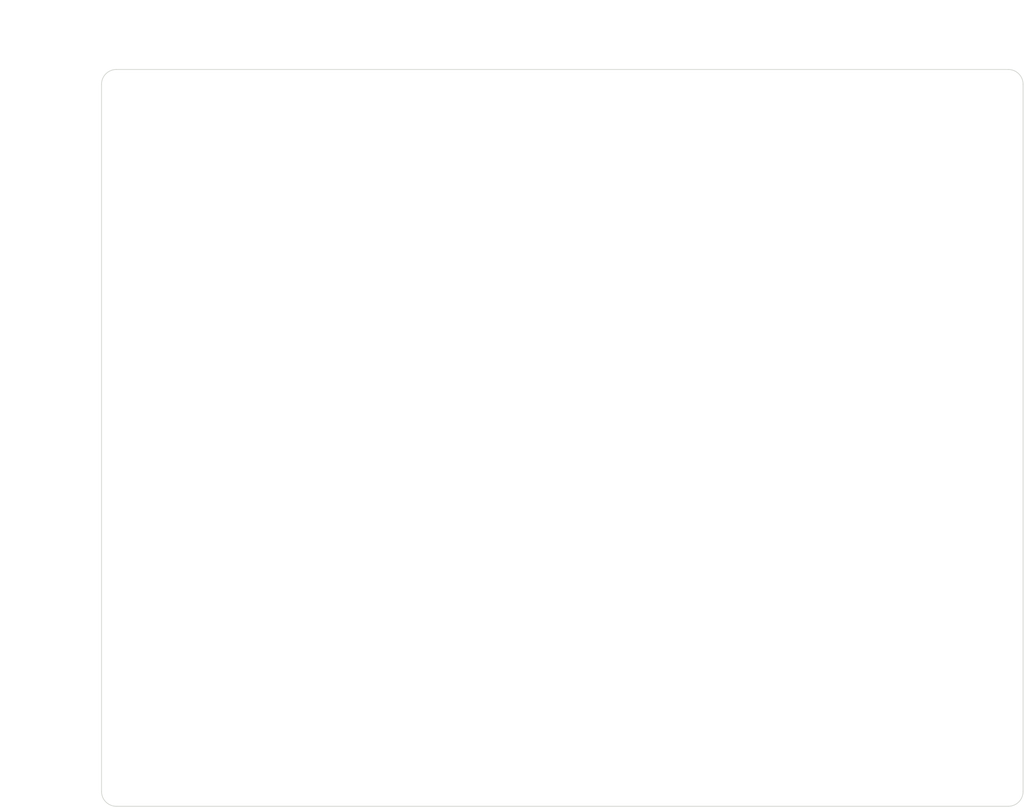
<source format=kicad_pcb>
(kicad_pcb (version 20171130) (host pcbnew 5.1.10)

  (general
    (thickness 1.6)
    (drawings 10)
    (tracks 0)
    (zones 0)
    (modules 0)
    (nets 1)
  )

  (page A4)
  (layers
    (0 F.Cu signal)
    (31 B.Cu signal)
    (32 B.Adhes user)
    (33 F.Adhes user)
    (34 B.Paste user)
    (35 F.Paste user)
    (36 B.SilkS user)
    (37 F.SilkS user)
    (38 B.Mask user)
    (39 F.Mask user)
    (40 Dwgs.User user)
    (41 Cmts.User user)
    (42 Eco1.User user)
    (43 Eco2.User user)
    (44 Edge.Cuts user)
    (45 Margin user)
    (46 B.CrtYd user)
    (47 F.CrtYd user)
    (48 B.Fab user)
    (49 F.Fab user)
  )

  (setup
    (last_trace_width 0.25)
    (trace_clearance 0.2)
    (zone_clearance 0.508)
    (zone_45_only no)
    (trace_min 0.2)
    (via_size 0.8)
    (via_drill 0.4)
    (via_min_size 0.4)
    (via_min_drill 0.3)
    (uvia_size 0.3)
    (uvia_drill 0.1)
    (uvias_allowed no)
    (uvia_min_size 0.2)
    (uvia_min_drill 0.1)
    (edge_width 0.05)
    (segment_width 0.2)
    (pcb_text_width 0.3)
    (pcb_text_size 1.5 1.5)
    (mod_edge_width 0.12)
    (mod_text_size 1 1)
    (mod_text_width 0.15)
    (pad_size 1.524 1.524)
    (pad_drill 0.762)
    (pad_to_mask_clearance 0)
    (aux_axis_origin 0 0)
    (visible_elements FFFFFF7F)
    (pcbplotparams
      (layerselection 0x010fc_ffffffff)
      (usegerberextensions false)
      (usegerberattributes true)
      (usegerberadvancedattributes true)
      (creategerberjobfile true)
      (excludeedgelayer true)
      (linewidth 0.100000)
      (plotframeref false)
      (viasonmask false)
      (mode 1)
      (useauxorigin false)
      (hpglpennumber 1)
      (hpglpenspeed 20)
      (hpglpendiameter 15.000000)
      (psnegative false)
      (psa4output false)
      (plotreference true)
      (plotvalue true)
      (plotinvisibletext false)
      (padsonsilk false)
      (subtractmaskfromsilk false)
      (outputformat 1)
      (mirror false)
      (drillshape 1)
      (scaleselection 1)
      (outputdirectory ""))
  )

  (net 0 "")

  (net_class Default "This is the default net class."
    (clearance 0.2)
    (trace_width 0.25)
    (via_dia 0.8)
    (via_drill 0.4)
    (uvia_dia 0.3)
    (uvia_drill 0.1)
  )

  (gr_arc (start 143.51 65.024) (end 144.526 65.024) (angle -90) (layer Edge.Cuts) (width 0.05) (tstamp 611E8D40))
  (gr_arc (start 82.042 65.024) (end 82.042 64.008) (angle -90) (layer Edge.Cuts) (width 0.05) (tstamp 611E8D34))
  (gr_arc (start 82.042 113.792) (end 81.026 113.792) (angle -90) (layer Edge.Cuts) (width 0.05) (tstamp 611E8D2A))
  (gr_arc (start 143.51 113.792) (end 143.51 114.808) (angle -90) (layer Edge.Cuts) (width 0.05))
  (gr_line (start 143.51 114.808) (end 82.042 114.808) (layer Edge.Cuts) (width 0.05) (tstamp 611E8C9E))
  (gr_line (start 144.526 65.024) (end 144.526 113.792) (layer Edge.Cuts) (width 0.05))
  (gr_line (start 82.042 64.008) (end 143.51 64.008) (layer Edge.Cuts) (width 0.05))
  (gr_line (start 81.026 65.024) (end 81.026 113.792) (layer Edge.Cuts) (width 0.05))
  (dimension 63.5 (width 0.15) (layer Dwgs.User)
    (gr_text "2.5000 in" (at 112.776 59.914) (layer Dwgs.User)
      (effects (font (size 1 1) (thickness 0.15)))
    )
    (feature1 (pts (xy 144.526 64.008) (xy 144.526 60.627579)))
    (feature2 (pts (xy 81.026 64.008) (xy 81.026 60.627579)))
    (crossbar (pts (xy 81.026 61.214) (xy 144.526 61.214)))
    (arrow1a (pts (xy 144.526 61.214) (xy 143.399496 61.800421)))
    (arrow1b (pts (xy 144.526 61.214) (xy 143.399496 60.627579)))
    (arrow2a (pts (xy 81.026 61.214) (xy 82.152504 61.800421)))
    (arrow2b (pts (xy 81.026 61.214) (xy 82.152504 60.627579)))
  )
  (dimension 50.8 (width 0.15) (layer Dwgs.User)
    (gr_text "2.0000 in" (at 77.694001 89.408 270) (layer Dwgs.User)
      (effects (font (size 1 1) (thickness 0.15)))
    )
    (feature1 (pts (xy 81.026 114.808) (xy 78.40758 114.808)))
    (feature2 (pts (xy 81.026 64.008) (xy 78.40758 64.008)))
    (crossbar (pts (xy 78.994001 64.008) (xy 78.994001 114.808)))
    (arrow1a (pts (xy 78.994001 114.808) (xy 78.40758 113.681496)))
    (arrow1b (pts (xy 78.994001 114.808) (xy 79.580422 113.681496)))
    (arrow2a (pts (xy 78.994001 64.008) (xy 78.40758 65.134504)))
    (arrow2b (pts (xy 78.994001 64.008) (xy 79.580422 65.134504)))
  )

)

</source>
